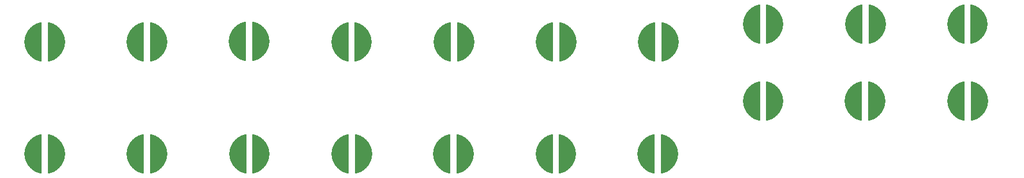
<source format=gbr>
%TF.GenerationSoftware,KiCad,Pcbnew,8.0.5*%
%TF.CreationDate,2024-09-30T13:59:48-07:00*%
%TF.ProjectId,combo_board,636f6d62-6f5f-4626-9f61-72642e6b6963,1*%
%TF.SameCoordinates,Original*%
%TF.FileFunction,Paste,Top*%
%TF.FilePolarity,Positive*%
%FSLAX46Y46*%
G04 Gerber Fmt 4.6, Leading zero omitted, Abs format (unit mm)*
G04 Created by KiCad (PCBNEW 8.0.5) date 2024-09-30 13:59:48*
%MOMM*%
%LPD*%
G01*
G04 APERTURE LIST*
G04 Aperture macros list*
%AMFreePoly0*
4,1,28,2.106233,-2.909135,1.942468,-2.881932,1.621993,-2.795252,1.313310,-2.673056,1.020340,-2.516897,0.746805,-2.328759,0.496181,-2.111033,0.271653,-1.866484,0.076072,-1.598221,-0.088076,-1.309651,-0.218705,-1.004441,-0.314156,-0.686469,-0.373216,-0.359775,-0.395135,-0.028509,-0.379633,0.303118,-0.326908,0.630895,-0.237631,0.950655,-0.112934,1.258336,0.045596,1.550030,0.235947,1.822029,
0.455700,2.070879,0.702062,2.293416,0.971904,2.486814,1.261796,2.648615,1.568056,2.776764,1.886792,2.869632,2.100000,2.900000,2.106233,-2.909135,2.106233,-2.909135,$1*%
G04 Aperture macros list end*
%ADD10FreePoly0,0.000000*%
%ADD11FreePoly0,180.000000*%
G04 APERTURE END LIST*
D10*
%TO.C,SW18*%
X131360000Y7842700D03*
D11*
X136510000Y7842700D03*
%TD*%
D10*
%TO.C,SW10*%
X71440000Y7872700D03*
D11*
X76590000Y7872700D03*
%TD*%
D10*
%TO.C,SW7*%
X131450000Y24382700D03*
D11*
X136600000Y24382700D03*
%TD*%
D10*
%TO.C,SW2*%
X56440000Y24372700D03*
D11*
X61590000Y24372700D03*
%TD*%
D10*
%TO.C,SW19*%
X146790000Y27022700D03*
D11*
X151940000Y27022700D03*
%TD*%
D10*
%TO.C,SW13*%
X116390000Y7872700D03*
D11*
X121540000Y7872700D03*
%TD*%
D10*
%TO.C,SW3*%
X71410000Y24422700D03*
D11*
X76560000Y24422700D03*
%TD*%
D10*
%TO.C,SW16*%
X176770000Y27022700D03*
D11*
X181920000Y27022700D03*
%TD*%
D10*
%TO.C,SW1*%
X41420000Y24380000D03*
D11*
X46570000Y24380000D03*
%TD*%
D10*
%TO.C,SW6*%
X116430000Y24392700D03*
D11*
X121580000Y24392700D03*
%TD*%
D10*
%TO.C,SW4*%
X86420000Y24392700D03*
D11*
X91570000Y24392700D03*
%TD*%
D10*
%TO.C,SW11*%
X86460000Y7872700D03*
D11*
X91610000Y7872700D03*
%TD*%
D10*
%TO.C,SW14*%
X176800000Y15622700D03*
D11*
X181950000Y15622700D03*
%TD*%
D10*
%TO.C,SW8*%
X41410000Y7872700D03*
D11*
X46560000Y7872700D03*
%TD*%
D10*
%TO.C,SW5*%
X101420000Y24392700D03*
D11*
X106570000Y24392700D03*
%TD*%
D10*
%TO.C,SW17*%
X146790000Y15632700D03*
D11*
X151940000Y15632700D03*
%TD*%
D10*
%TO.C,SW9*%
X56440000Y7852700D03*
D11*
X61590000Y7852700D03*
%TD*%
D10*
%TO.C,SW20*%
X161790000Y27022700D03*
D11*
X166940000Y27022700D03*
%TD*%
D10*
%TO.C,SW15*%
X161750000Y15632700D03*
D11*
X166900000Y15632700D03*
%TD*%
D10*
%TO.C,SW12*%
X101370000Y7872700D03*
D11*
X106520000Y7872700D03*
%TD*%
M02*

</source>
